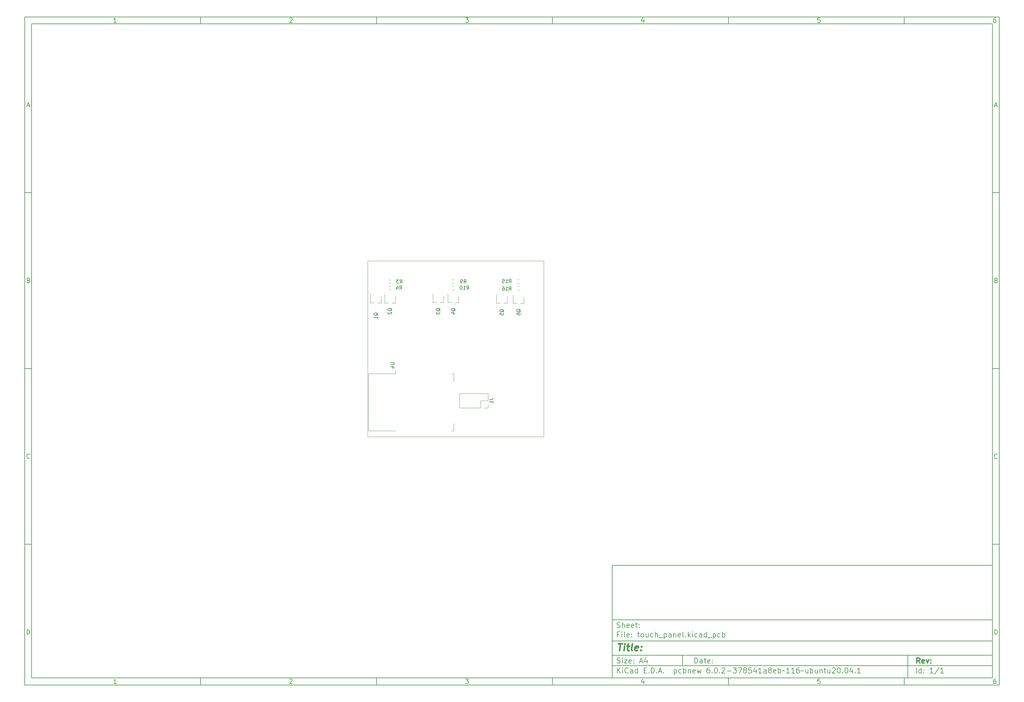
<source format=gbr>
%TF.GenerationSoftware,KiCad,Pcbnew,6.0.2-378541a8eb~116~ubuntu20.04.1*%
%TF.CreationDate,2022-03-13T21:59:14+03:30*%
%TF.ProjectId,touch_panel,746f7563-685f-4706-916e-656c2e6b6963,rev?*%
%TF.SameCoordinates,Original*%
%TF.FileFunction,Legend,Bot*%
%TF.FilePolarity,Positive*%
%FSLAX46Y46*%
G04 Gerber Fmt 4.6, Leading zero omitted, Abs format (unit mm)*
G04 Created by KiCad (PCBNEW 6.0.2-378541a8eb~116~ubuntu20.04.1) date 2022-03-13 21:59:14*
%MOMM*%
%LPD*%
G01*
G04 APERTURE LIST*
%ADD10C,0.100000*%
%ADD11C,0.150000*%
%ADD12C,0.300000*%
%ADD13C,0.400000*%
%TA.AperFunction,Profile*%
%ADD14C,0.100000*%
%TD*%
%ADD15C,0.120000*%
G04 APERTURE END LIST*
D10*
D11*
X177002200Y-166007200D02*
X177002200Y-198007200D01*
X285002200Y-198007200D01*
X285002200Y-166007200D01*
X177002200Y-166007200D01*
D10*
D11*
X10000000Y-10000000D02*
X10000000Y-200007200D01*
X287002200Y-200007200D01*
X287002200Y-10000000D01*
X10000000Y-10000000D01*
D10*
D11*
X12000000Y-12000000D02*
X12000000Y-198007200D01*
X285002200Y-198007200D01*
X285002200Y-12000000D01*
X12000000Y-12000000D01*
D10*
D11*
X60000000Y-12000000D02*
X60000000Y-10000000D01*
D10*
D11*
X110000000Y-12000000D02*
X110000000Y-10000000D01*
D10*
D11*
X160000000Y-12000000D02*
X160000000Y-10000000D01*
D10*
D11*
X210000000Y-12000000D02*
X210000000Y-10000000D01*
D10*
D11*
X260000000Y-12000000D02*
X260000000Y-10000000D01*
D10*
D11*
X36065476Y-11588095D02*
X35322619Y-11588095D01*
X35694047Y-11588095D02*
X35694047Y-10288095D01*
X35570238Y-10473809D01*
X35446428Y-10597619D01*
X35322619Y-10659523D01*
D10*
D11*
X85322619Y-10411904D02*
X85384523Y-10350000D01*
X85508333Y-10288095D01*
X85817857Y-10288095D01*
X85941666Y-10350000D01*
X86003571Y-10411904D01*
X86065476Y-10535714D01*
X86065476Y-10659523D01*
X86003571Y-10845238D01*
X85260714Y-11588095D01*
X86065476Y-11588095D01*
D10*
D11*
X135260714Y-10288095D02*
X136065476Y-10288095D01*
X135632142Y-10783333D01*
X135817857Y-10783333D01*
X135941666Y-10845238D01*
X136003571Y-10907142D01*
X136065476Y-11030952D01*
X136065476Y-11340476D01*
X136003571Y-11464285D01*
X135941666Y-11526190D01*
X135817857Y-11588095D01*
X135446428Y-11588095D01*
X135322619Y-11526190D01*
X135260714Y-11464285D01*
D10*
D11*
X185941666Y-10721428D02*
X185941666Y-11588095D01*
X185632142Y-10226190D02*
X185322619Y-11154761D01*
X186127380Y-11154761D01*
D10*
D11*
X236003571Y-10288095D02*
X235384523Y-10288095D01*
X235322619Y-10907142D01*
X235384523Y-10845238D01*
X235508333Y-10783333D01*
X235817857Y-10783333D01*
X235941666Y-10845238D01*
X236003571Y-10907142D01*
X236065476Y-11030952D01*
X236065476Y-11340476D01*
X236003571Y-11464285D01*
X235941666Y-11526190D01*
X235817857Y-11588095D01*
X235508333Y-11588095D01*
X235384523Y-11526190D01*
X235322619Y-11464285D01*
D10*
D11*
X285941666Y-10288095D02*
X285694047Y-10288095D01*
X285570238Y-10350000D01*
X285508333Y-10411904D01*
X285384523Y-10597619D01*
X285322619Y-10845238D01*
X285322619Y-11340476D01*
X285384523Y-11464285D01*
X285446428Y-11526190D01*
X285570238Y-11588095D01*
X285817857Y-11588095D01*
X285941666Y-11526190D01*
X286003571Y-11464285D01*
X286065476Y-11340476D01*
X286065476Y-11030952D01*
X286003571Y-10907142D01*
X285941666Y-10845238D01*
X285817857Y-10783333D01*
X285570238Y-10783333D01*
X285446428Y-10845238D01*
X285384523Y-10907142D01*
X285322619Y-11030952D01*
D10*
D11*
X60000000Y-198007200D02*
X60000000Y-200007200D01*
D10*
D11*
X110000000Y-198007200D02*
X110000000Y-200007200D01*
D10*
D11*
X160000000Y-198007200D02*
X160000000Y-200007200D01*
D10*
D11*
X210000000Y-198007200D02*
X210000000Y-200007200D01*
D10*
D11*
X260000000Y-198007200D02*
X260000000Y-200007200D01*
D10*
D11*
X36065476Y-199595295D02*
X35322619Y-199595295D01*
X35694047Y-199595295D02*
X35694047Y-198295295D01*
X35570238Y-198481009D01*
X35446428Y-198604819D01*
X35322619Y-198666723D01*
D10*
D11*
X85322619Y-198419104D02*
X85384523Y-198357200D01*
X85508333Y-198295295D01*
X85817857Y-198295295D01*
X85941666Y-198357200D01*
X86003571Y-198419104D01*
X86065476Y-198542914D01*
X86065476Y-198666723D01*
X86003571Y-198852438D01*
X85260714Y-199595295D01*
X86065476Y-199595295D01*
D10*
D11*
X135260714Y-198295295D02*
X136065476Y-198295295D01*
X135632142Y-198790533D01*
X135817857Y-198790533D01*
X135941666Y-198852438D01*
X136003571Y-198914342D01*
X136065476Y-199038152D01*
X136065476Y-199347676D01*
X136003571Y-199471485D01*
X135941666Y-199533390D01*
X135817857Y-199595295D01*
X135446428Y-199595295D01*
X135322619Y-199533390D01*
X135260714Y-199471485D01*
D10*
D11*
X185941666Y-198728628D02*
X185941666Y-199595295D01*
X185632142Y-198233390D02*
X185322619Y-199161961D01*
X186127380Y-199161961D01*
D10*
D11*
X236003571Y-198295295D02*
X235384523Y-198295295D01*
X235322619Y-198914342D01*
X235384523Y-198852438D01*
X235508333Y-198790533D01*
X235817857Y-198790533D01*
X235941666Y-198852438D01*
X236003571Y-198914342D01*
X236065476Y-199038152D01*
X236065476Y-199347676D01*
X236003571Y-199471485D01*
X235941666Y-199533390D01*
X235817857Y-199595295D01*
X235508333Y-199595295D01*
X235384523Y-199533390D01*
X235322619Y-199471485D01*
D10*
D11*
X285941666Y-198295295D02*
X285694047Y-198295295D01*
X285570238Y-198357200D01*
X285508333Y-198419104D01*
X285384523Y-198604819D01*
X285322619Y-198852438D01*
X285322619Y-199347676D01*
X285384523Y-199471485D01*
X285446428Y-199533390D01*
X285570238Y-199595295D01*
X285817857Y-199595295D01*
X285941666Y-199533390D01*
X286003571Y-199471485D01*
X286065476Y-199347676D01*
X286065476Y-199038152D01*
X286003571Y-198914342D01*
X285941666Y-198852438D01*
X285817857Y-198790533D01*
X285570238Y-198790533D01*
X285446428Y-198852438D01*
X285384523Y-198914342D01*
X285322619Y-199038152D01*
D10*
D11*
X10000000Y-60000000D02*
X12000000Y-60000000D01*
D10*
D11*
X10000000Y-110000000D02*
X12000000Y-110000000D01*
D10*
D11*
X10000000Y-160000000D02*
X12000000Y-160000000D01*
D10*
D11*
X10690476Y-35216666D02*
X11309523Y-35216666D01*
X10566666Y-35588095D02*
X11000000Y-34288095D01*
X11433333Y-35588095D01*
D10*
D11*
X11092857Y-84907142D02*
X11278571Y-84969047D01*
X11340476Y-85030952D01*
X11402380Y-85154761D01*
X11402380Y-85340476D01*
X11340476Y-85464285D01*
X11278571Y-85526190D01*
X11154761Y-85588095D01*
X10659523Y-85588095D01*
X10659523Y-84288095D01*
X11092857Y-84288095D01*
X11216666Y-84350000D01*
X11278571Y-84411904D01*
X11340476Y-84535714D01*
X11340476Y-84659523D01*
X11278571Y-84783333D01*
X11216666Y-84845238D01*
X11092857Y-84907142D01*
X10659523Y-84907142D01*
D10*
D11*
X11402380Y-135464285D02*
X11340476Y-135526190D01*
X11154761Y-135588095D01*
X11030952Y-135588095D01*
X10845238Y-135526190D01*
X10721428Y-135402380D01*
X10659523Y-135278571D01*
X10597619Y-135030952D01*
X10597619Y-134845238D01*
X10659523Y-134597619D01*
X10721428Y-134473809D01*
X10845238Y-134350000D01*
X11030952Y-134288095D01*
X11154761Y-134288095D01*
X11340476Y-134350000D01*
X11402380Y-134411904D01*
D10*
D11*
X10659523Y-185588095D02*
X10659523Y-184288095D01*
X10969047Y-184288095D01*
X11154761Y-184350000D01*
X11278571Y-184473809D01*
X11340476Y-184597619D01*
X11402380Y-184845238D01*
X11402380Y-185030952D01*
X11340476Y-185278571D01*
X11278571Y-185402380D01*
X11154761Y-185526190D01*
X10969047Y-185588095D01*
X10659523Y-185588095D01*
D10*
D11*
X287002200Y-60000000D02*
X285002200Y-60000000D01*
D10*
D11*
X287002200Y-110000000D02*
X285002200Y-110000000D01*
D10*
D11*
X287002200Y-160000000D02*
X285002200Y-160000000D01*
D10*
D11*
X285692676Y-35216666D02*
X286311723Y-35216666D01*
X285568866Y-35588095D02*
X286002200Y-34288095D01*
X286435533Y-35588095D01*
D10*
D11*
X286095057Y-84907142D02*
X286280771Y-84969047D01*
X286342676Y-85030952D01*
X286404580Y-85154761D01*
X286404580Y-85340476D01*
X286342676Y-85464285D01*
X286280771Y-85526190D01*
X286156961Y-85588095D01*
X285661723Y-85588095D01*
X285661723Y-84288095D01*
X286095057Y-84288095D01*
X286218866Y-84350000D01*
X286280771Y-84411904D01*
X286342676Y-84535714D01*
X286342676Y-84659523D01*
X286280771Y-84783333D01*
X286218866Y-84845238D01*
X286095057Y-84907142D01*
X285661723Y-84907142D01*
D10*
D11*
X286404580Y-135464285D02*
X286342676Y-135526190D01*
X286156961Y-135588095D01*
X286033152Y-135588095D01*
X285847438Y-135526190D01*
X285723628Y-135402380D01*
X285661723Y-135278571D01*
X285599819Y-135030952D01*
X285599819Y-134845238D01*
X285661723Y-134597619D01*
X285723628Y-134473809D01*
X285847438Y-134350000D01*
X286033152Y-134288095D01*
X286156961Y-134288095D01*
X286342676Y-134350000D01*
X286404580Y-134411904D01*
D10*
D11*
X285661723Y-185588095D02*
X285661723Y-184288095D01*
X285971247Y-184288095D01*
X286156961Y-184350000D01*
X286280771Y-184473809D01*
X286342676Y-184597619D01*
X286404580Y-184845238D01*
X286404580Y-185030952D01*
X286342676Y-185278571D01*
X286280771Y-185402380D01*
X286156961Y-185526190D01*
X285971247Y-185588095D01*
X285661723Y-185588095D01*
D10*
D11*
X200434342Y-193785771D02*
X200434342Y-192285771D01*
X200791485Y-192285771D01*
X201005771Y-192357200D01*
X201148628Y-192500057D01*
X201220057Y-192642914D01*
X201291485Y-192928628D01*
X201291485Y-193142914D01*
X201220057Y-193428628D01*
X201148628Y-193571485D01*
X201005771Y-193714342D01*
X200791485Y-193785771D01*
X200434342Y-193785771D01*
X202577200Y-193785771D02*
X202577200Y-193000057D01*
X202505771Y-192857200D01*
X202362914Y-192785771D01*
X202077200Y-192785771D01*
X201934342Y-192857200D01*
X202577200Y-193714342D02*
X202434342Y-193785771D01*
X202077200Y-193785771D01*
X201934342Y-193714342D01*
X201862914Y-193571485D01*
X201862914Y-193428628D01*
X201934342Y-193285771D01*
X202077200Y-193214342D01*
X202434342Y-193214342D01*
X202577200Y-193142914D01*
X203077200Y-192785771D02*
X203648628Y-192785771D01*
X203291485Y-192285771D02*
X203291485Y-193571485D01*
X203362914Y-193714342D01*
X203505771Y-193785771D01*
X203648628Y-193785771D01*
X204720057Y-193714342D02*
X204577200Y-193785771D01*
X204291485Y-193785771D01*
X204148628Y-193714342D01*
X204077200Y-193571485D01*
X204077200Y-193000057D01*
X204148628Y-192857200D01*
X204291485Y-192785771D01*
X204577200Y-192785771D01*
X204720057Y-192857200D01*
X204791485Y-193000057D01*
X204791485Y-193142914D01*
X204077200Y-193285771D01*
X205434342Y-193642914D02*
X205505771Y-193714342D01*
X205434342Y-193785771D01*
X205362914Y-193714342D01*
X205434342Y-193642914D01*
X205434342Y-193785771D01*
X205434342Y-192857200D02*
X205505771Y-192928628D01*
X205434342Y-193000057D01*
X205362914Y-192928628D01*
X205434342Y-192857200D01*
X205434342Y-193000057D01*
D10*
D11*
X177002200Y-194507200D02*
X285002200Y-194507200D01*
D10*
D11*
X178434342Y-196585771D02*
X178434342Y-195085771D01*
X179291485Y-196585771D02*
X178648628Y-195728628D01*
X179291485Y-195085771D02*
X178434342Y-195942914D01*
X179934342Y-196585771D02*
X179934342Y-195585771D01*
X179934342Y-195085771D02*
X179862914Y-195157200D01*
X179934342Y-195228628D01*
X180005771Y-195157200D01*
X179934342Y-195085771D01*
X179934342Y-195228628D01*
X181505771Y-196442914D02*
X181434342Y-196514342D01*
X181220057Y-196585771D01*
X181077200Y-196585771D01*
X180862914Y-196514342D01*
X180720057Y-196371485D01*
X180648628Y-196228628D01*
X180577200Y-195942914D01*
X180577200Y-195728628D01*
X180648628Y-195442914D01*
X180720057Y-195300057D01*
X180862914Y-195157200D01*
X181077200Y-195085771D01*
X181220057Y-195085771D01*
X181434342Y-195157200D01*
X181505771Y-195228628D01*
X182791485Y-196585771D02*
X182791485Y-195800057D01*
X182720057Y-195657200D01*
X182577200Y-195585771D01*
X182291485Y-195585771D01*
X182148628Y-195657200D01*
X182791485Y-196514342D02*
X182648628Y-196585771D01*
X182291485Y-196585771D01*
X182148628Y-196514342D01*
X182077200Y-196371485D01*
X182077200Y-196228628D01*
X182148628Y-196085771D01*
X182291485Y-196014342D01*
X182648628Y-196014342D01*
X182791485Y-195942914D01*
X184148628Y-196585771D02*
X184148628Y-195085771D01*
X184148628Y-196514342D02*
X184005771Y-196585771D01*
X183720057Y-196585771D01*
X183577200Y-196514342D01*
X183505771Y-196442914D01*
X183434342Y-196300057D01*
X183434342Y-195871485D01*
X183505771Y-195728628D01*
X183577200Y-195657200D01*
X183720057Y-195585771D01*
X184005771Y-195585771D01*
X184148628Y-195657200D01*
X186005771Y-195800057D02*
X186505771Y-195800057D01*
X186720057Y-196585771D02*
X186005771Y-196585771D01*
X186005771Y-195085771D01*
X186720057Y-195085771D01*
X187362914Y-196442914D02*
X187434342Y-196514342D01*
X187362914Y-196585771D01*
X187291485Y-196514342D01*
X187362914Y-196442914D01*
X187362914Y-196585771D01*
X188077200Y-196585771D02*
X188077200Y-195085771D01*
X188434342Y-195085771D01*
X188648628Y-195157200D01*
X188791485Y-195300057D01*
X188862914Y-195442914D01*
X188934342Y-195728628D01*
X188934342Y-195942914D01*
X188862914Y-196228628D01*
X188791485Y-196371485D01*
X188648628Y-196514342D01*
X188434342Y-196585771D01*
X188077200Y-196585771D01*
X189577200Y-196442914D02*
X189648628Y-196514342D01*
X189577200Y-196585771D01*
X189505771Y-196514342D01*
X189577200Y-196442914D01*
X189577200Y-196585771D01*
X190220057Y-196157200D02*
X190934342Y-196157200D01*
X190077200Y-196585771D02*
X190577200Y-195085771D01*
X191077200Y-196585771D01*
X191577200Y-196442914D02*
X191648628Y-196514342D01*
X191577200Y-196585771D01*
X191505771Y-196514342D01*
X191577200Y-196442914D01*
X191577200Y-196585771D01*
X194577200Y-195585771D02*
X194577200Y-197085771D01*
X194577200Y-195657200D02*
X194720057Y-195585771D01*
X195005771Y-195585771D01*
X195148628Y-195657200D01*
X195220057Y-195728628D01*
X195291485Y-195871485D01*
X195291485Y-196300057D01*
X195220057Y-196442914D01*
X195148628Y-196514342D01*
X195005771Y-196585771D01*
X194720057Y-196585771D01*
X194577200Y-196514342D01*
X196577200Y-196514342D02*
X196434342Y-196585771D01*
X196148628Y-196585771D01*
X196005771Y-196514342D01*
X195934342Y-196442914D01*
X195862914Y-196300057D01*
X195862914Y-195871485D01*
X195934342Y-195728628D01*
X196005771Y-195657200D01*
X196148628Y-195585771D01*
X196434342Y-195585771D01*
X196577200Y-195657200D01*
X197220057Y-196585771D02*
X197220057Y-195085771D01*
X197220057Y-195657200D02*
X197362914Y-195585771D01*
X197648628Y-195585771D01*
X197791485Y-195657200D01*
X197862914Y-195728628D01*
X197934342Y-195871485D01*
X197934342Y-196300057D01*
X197862914Y-196442914D01*
X197791485Y-196514342D01*
X197648628Y-196585771D01*
X197362914Y-196585771D01*
X197220057Y-196514342D01*
X198577200Y-195585771D02*
X198577200Y-196585771D01*
X198577200Y-195728628D02*
X198648628Y-195657200D01*
X198791485Y-195585771D01*
X199005771Y-195585771D01*
X199148628Y-195657200D01*
X199220057Y-195800057D01*
X199220057Y-196585771D01*
X200505771Y-196514342D02*
X200362914Y-196585771D01*
X200077200Y-196585771D01*
X199934342Y-196514342D01*
X199862914Y-196371485D01*
X199862914Y-195800057D01*
X199934342Y-195657200D01*
X200077200Y-195585771D01*
X200362914Y-195585771D01*
X200505771Y-195657200D01*
X200577200Y-195800057D01*
X200577200Y-195942914D01*
X199862914Y-196085771D01*
X201077200Y-195585771D02*
X201362914Y-196585771D01*
X201648628Y-195871485D01*
X201934342Y-196585771D01*
X202220057Y-195585771D01*
X204577200Y-195085771D02*
X204291485Y-195085771D01*
X204148628Y-195157200D01*
X204077200Y-195228628D01*
X203934342Y-195442914D01*
X203862914Y-195728628D01*
X203862914Y-196300057D01*
X203934342Y-196442914D01*
X204005771Y-196514342D01*
X204148628Y-196585771D01*
X204434342Y-196585771D01*
X204577200Y-196514342D01*
X204648628Y-196442914D01*
X204720057Y-196300057D01*
X204720057Y-195942914D01*
X204648628Y-195800057D01*
X204577200Y-195728628D01*
X204434342Y-195657200D01*
X204148628Y-195657200D01*
X204005771Y-195728628D01*
X203934342Y-195800057D01*
X203862914Y-195942914D01*
X205362914Y-196442914D02*
X205434342Y-196514342D01*
X205362914Y-196585771D01*
X205291485Y-196514342D01*
X205362914Y-196442914D01*
X205362914Y-196585771D01*
X206362914Y-195085771D02*
X206505771Y-195085771D01*
X206648628Y-195157200D01*
X206720057Y-195228628D01*
X206791485Y-195371485D01*
X206862914Y-195657200D01*
X206862914Y-196014342D01*
X206791485Y-196300057D01*
X206720057Y-196442914D01*
X206648628Y-196514342D01*
X206505771Y-196585771D01*
X206362914Y-196585771D01*
X206220057Y-196514342D01*
X206148628Y-196442914D01*
X206077200Y-196300057D01*
X206005771Y-196014342D01*
X206005771Y-195657200D01*
X206077200Y-195371485D01*
X206148628Y-195228628D01*
X206220057Y-195157200D01*
X206362914Y-195085771D01*
X207505771Y-196442914D02*
X207577200Y-196514342D01*
X207505771Y-196585771D01*
X207434342Y-196514342D01*
X207505771Y-196442914D01*
X207505771Y-196585771D01*
X208148628Y-195228628D02*
X208220057Y-195157200D01*
X208362914Y-195085771D01*
X208720057Y-195085771D01*
X208862914Y-195157200D01*
X208934342Y-195228628D01*
X209005771Y-195371485D01*
X209005771Y-195514342D01*
X208934342Y-195728628D01*
X208077200Y-196585771D01*
X209005771Y-196585771D01*
X209648628Y-196014342D02*
X210791485Y-196014342D01*
X211362914Y-195085771D02*
X212291485Y-195085771D01*
X211791485Y-195657200D01*
X212005771Y-195657200D01*
X212148628Y-195728628D01*
X212220057Y-195800057D01*
X212291485Y-195942914D01*
X212291485Y-196300057D01*
X212220057Y-196442914D01*
X212148628Y-196514342D01*
X212005771Y-196585771D01*
X211577200Y-196585771D01*
X211434342Y-196514342D01*
X211362914Y-196442914D01*
X212791485Y-195085771D02*
X213791485Y-195085771D01*
X213148628Y-196585771D01*
X214577200Y-195728628D02*
X214434342Y-195657200D01*
X214362914Y-195585771D01*
X214291485Y-195442914D01*
X214291485Y-195371485D01*
X214362914Y-195228628D01*
X214434342Y-195157200D01*
X214577200Y-195085771D01*
X214862914Y-195085771D01*
X215005771Y-195157200D01*
X215077200Y-195228628D01*
X215148628Y-195371485D01*
X215148628Y-195442914D01*
X215077200Y-195585771D01*
X215005771Y-195657200D01*
X214862914Y-195728628D01*
X214577200Y-195728628D01*
X214434342Y-195800057D01*
X214362914Y-195871485D01*
X214291485Y-196014342D01*
X214291485Y-196300057D01*
X214362914Y-196442914D01*
X214434342Y-196514342D01*
X214577200Y-196585771D01*
X214862914Y-196585771D01*
X215005771Y-196514342D01*
X215077200Y-196442914D01*
X215148628Y-196300057D01*
X215148628Y-196014342D01*
X215077200Y-195871485D01*
X215005771Y-195800057D01*
X214862914Y-195728628D01*
X216505771Y-195085771D02*
X215791485Y-195085771D01*
X215720057Y-195800057D01*
X215791485Y-195728628D01*
X215934342Y-195657200D01*
X216291485Y-195657200D01*
X216434342Y-195728628D01*
X216505771Y-195800057D01*
X216577200Y-195942914D01*
X216577200Y-196300057D01*
X216505771Y-196442914D01*
X216434342Y-196514342D01*
X216291485Y-196585771D01*
X215934342Y-196585771D01*
X215791485Y-196514342D01*
X215720057Y-196442914D01*
X217862914Y-195585771D02*
X217862914Y-196585771D01*
X217505771Y-195014342D02*
X217148628Y-196085771D01*
X218077200Y-196085771D01*
X219434342Y-196585771D02*
X218577200Y-196585771D01*
X219005771Y-196585771D02*
X219005771Y-195085771D01*
X218862914Y-195300057D01*
X218720057Y-195442914D01*
X218577200Y-195514342D01*
X220720057Y-196585771D02*
X220720057Y-195800057D01*
X220648628Y-195657200D01*
X220505771Y-195585771D01*
X220220057Y-195585771D01*
X220077200Y-195657200D01*
X220720057Y-196514342D02*
X220577200Y-196585771D01*
X220220057Y-196585771D01*
X220077200Y-196514342D01*
X220005771Y-196371485D01*
X220005771Y-196228628D01*
X220077200Y-196085771D01*
X220220057Y-196014342D01*
X220577200Y-196014342D01*
X220720057Y-195942914D01*
X221648628Y-195728628D02*
X221505771Y-195657200D01*
X221434342Y-195585771D01*
X221362914Y-195442914D01*
X221362914Y-195371485D01*
X221434342Y-195228628D01*
X221505771Y-195157200D01*
X221648628Y-195085771D01*
X221934342Y-195085771D01*
X222077200Y-195157200D01*
X222148628Y-195228628D01*
X222220057Y-195371485D01*
X222220057Y-195442914D01*
X222148628Y-195585771D01*
X222077200Y-195657200D01*
X221934342Y-195728628D01*
X221648628Y-195728628D01*
X221505771Y-195800057D01*
X221434342Y-195871485D01*
X221362914Y-196014342D01*
X221362914Y-196300057D01*
X221434342Y-196442914D01*
X221505771Y-196514342D01*
X221648628Y-196585771D01*
X221934342Y-196585771D01*
X222077200Y-196514342D01*
X222148628Y-196442914D01*
X222220057Y-196300057D01*
X222220057Y-196014342D01*
X222148628Y-195871485D01*
X222077200Y-195800057D01*
X221934342Y-195728628D01*
X223434342Y-196514342D02*
X223291485Y-196585771D01*
X223005771Y-196585771D01*
X222862914Y-196514342D01*
X222791485Y-196371485D01*
X222791485Y-195800057D01*
X222862914Y-195657200D01*
X223005771Y-195585771D01*
X223291485Y-195585771D01*
X223434342Y-195657200D01*
X223505771Y-195800057D01*
X223505771Y-195942914D01*
X222791485Y-196085771D01*
X224148628Y-196585771D02*
X224148628Y-195085771D01*
X224148628Y-195657200D02*
X224291485Y-195585771D01*
X224577199Y-195585771D01*
X224720057Y-195657200D01*
X224791485Y-195728628D01*
X224862914Y-195871485D01*
X224862914Y-196300057D01*
X224791485Y-196442914D01*
X224720057Y-196514342D01*
X224577199Y-196585771D01*
X224291485Y-196585771D01*
X224148628Y-196514342D01*
X225291485Y-196014342D02*
X225362914Y-195942914D01*
X225505771Y-195871485D01*
X225791485Y-196014342D01*
X225934342Y-195942914D01*
X226005771Y-195871485D01*
X227362914Y-196585771D02*
X226505771Y-196585771D01*
X226934342Y-196585771D02*
X226934342Y-195085771D01*
X226791485Y-195300057D01*
X226648628Y-195442914D01*
X226505771Y-195514342D01*
X228791485Y-196585771D02*
X227934342Y-196585771D01*
X228362914Y-196585771D02*
X228362914Y-195085771D01*
X228220057Y-195300057D01*
X228077199Y-195442914D01*
X227934342Y-195514342D01*
X230077199Y-195085771D02*
X229791485Y-195085771D01*
X229648628Y-195157200D01*
X229577199Y-195228628D01*
X229434342Y-195442914D01*
X229362914Y-195728628D01*
X229362914Y-196300057D01*
X229434342Y-196442914D01*
X229505771Y-196514342D01*
X229648628Y-196585771D01*
X229934342Y-196585771D01*
X230077199Y-196514342D01*
X230148628Y-196442914D01*
X230220057Y-196300057D01*
X230220057Y-195942914D01*
X230148628Y-195800057D01*
X230077199Y-195728628D01*
X229934342Y-195657200D01*
X229648628Y-195657200D01*
X229505771Y-195728628D01*
X229434342Y-195800057D01*
X229362914Y-195942914D01*
X230648628Y-196014342D02*
X230720057Y-195942914D01*
X230862914Y-195871485D01*
X231148628Y-196014342D01*
X231291485Y-195942914D01*
X231362914Y-195871485D01*
X232577199Y-195585771D02*
X232577199Y-196585771D01*
X231934342Y-195585771D02*
X231934342Y-196371485D01*
X232005771Y-196514342D01*
X232148628Y-196585771D01*
X232362914Y-196585771D01*
X232505771Y-196514342D01*
X232577199Y-196442914D01*
X233291485Y-196585771D02*
X233291485Y-195085771D01*
X233291485Y-195657200D02*
X233434342Y-195585771D01*
X233720057Y-195585771D01*
X233862914Y-195657200D01*
X233934342Y-195728628D01*
X234005771Y-195871485D01*
X234005771Y-196300057D01*
X233934342Y-196442914D01*
X233862914Y-196514342D01*
X233720057Y-196585771D01*
X233434342Y-196585771D01*
X233291485Y-196514342D01*
X235291485Y-195585771D02*
X235291485Y-196585771D01*
X234648628Y-195585771D02*
X234648628Y-196371485D01*
X234720057Y-196514342D01*
X234862914Y-196585771D01*
X235077199Y-196585771D01*
X235220057Y-196514342D01*
X235291485Y-196442914D01*
X236005771Y-195585771D02*
X236005771Y-196585771D01*
X236005771Y-195728628D02*
X236077199Y-195657200D01*
X236220057Y-195585771D01*
X236434342Y-195585771D01*
X236577199Y-195657200D01*
X236648628Y-195800057D01*
X236648628Y-196585771D01*
X237148628Y-195585771D02*
X237720057Y-195585771D01*
X237362914Y-195085771D02*
X237362914Y-196371485D01*
X237434342Y-196514342D01*
X237577200Y-196585771D01*
X237720057Y-196585771D01*
X238862914Y-195585771D02*
X238862914Y-196585771D01*
X238220057Y-195585771D02*
X238220057Y-196371485D01*
X238291485Y-196514342D01*
X238434342Y-196585771D01*
X238648628Y-196585771D01*
X238791485Y-196514342D01*
X238862914Y-196442914D01*
X239505771Y-195228628D02*
X239577200Y-195157200D01*
X239720057Y-195085771D01*
X240077200Y-195085771D01*
X240220057Y-195157200D01*
X240291485Y-195228628D01*
X240362914Y-195371485D01*
X240362914Y-195514342D01*
X240291485Y-195728628D01*
X239434342Y-196585771D01*
X240362914Y-196585771D01*
X241291485Y-195085771D02*
X241434342Y-195085771D01*
X241577199Y-195157200D01*
X241648628Y-195228628D01*
X241720057Y-195371485D01*
X241791485Y-195657200D01*
X241791485Y-196014342D01*
X241720057Y-196300057D01*
X241648628Y-196442914D01*
X241577199Y-196514342D01*
X241434342Y-196585771D01*
X241291485Y-196585771D01*
X241148628Y-196514342D01*
X241077199Y-196442914D01*
X241005771Y-196300057D01*
X240934342Y-196014342D01*
X240934342Y-195657200D01*
X241005771Y-195371485D01*
X241077199Y-195228628D01*
X241148628Y-195157200D01*
X241291485Y-195085771D01*
X242434342Y-196442914D02*
X242505771Y-196514342D01*
X242434342Y-196585771D01*
X242362914Y-196514342D01*
X242434342Y-196442914D01*
X242434342Y-196585771D01*
X243434342Y-195085771D02*
X243577199Y-195085771D01*
X243720057Y-195157200D01*
X243791485Y-195228628D01*
X243862914Y-195371485D01*
X243934342Y-195657200D01*
X243934342Y-196014342D01*
X243862914Y-196300057D01*
X243791485Y-196442914D01*
X243720057Y-196514342D01*
X243577199Y-196585771D01*
X243434342Y-196585771D01*
X243291485Y-196514342D01*
X243220057Y-196442914D01*
X243148628Y-196300057D01*
X243077199Y-196014342D01*
X243077199Y-195657200D01*
X243148628Y-195371485D01*
X243220057Y-195228628D01*
X243291485Y-195157200D01*
X243434342Y-195085771D01*
X245220057Y-195585771D02*
X245220057Y-196585771D01*
X244862914Y-195014342D02*
X244505771Y-196085771D01*
X245434342Y-196085771D01*
X246005771Y-196442914D02*
X246077200Y-196514342D01*
X246005771Y-196585771D01*
X245934342Y-196514342D01*
X246005771Y-196442914D01*
X246005771Y-196585771D01*
X247505771Y-196585771D02*
X246648628Y-196585771D01*
X247077200Y-196585771D02*
X247077200Y-195085771D01*
X246934342Y-195300057D01*
X246791485Y-195442914D01*
X246648628Y-195514342D01*
D10*
D11*
X177002200Y-191507200D02*
X285002200Y-191507200D01*
D10*
D12*
X264411485Y-193785771D02*
X263911485Y-193071485D01*
X263554342Y-193785771D02*
X263554342Y-192285771D01*
X264125771Y-192285771D01*
X264268628Y-192357200D01*
X264340057Y-192428628D01*
X264411485Y-192571485D01*
X264411485Y-192785771D01*
X264340057Y-192928628D01*
X264268628Y-193000057D01*
X264125771Y-193071485D01*
X263554342Y-193071485D01*
X265625771Y-193714342D02*
X265482914Y-193785771D01*
X265197200Y-193785771D01*
X265054342Y-193714342D01*
X264982914Y-193571485D01*
X264982914Y-193000057D01*
X265054342Y-192857200D01*
X265197200Y-192785771D01*
X265482914Y-192785771D01*
X265625771Y-192857200D01*
X265697200Y-193000057D01*
X265697200Y-193142914D01*
X264982914Y-193285771D01*
X266197200Y-192785771D02*
X266554342Y-193785771D01*
X266911485Y-192785771D01*
X267482914Y-193642914D02*
X267554342Y-193714342D01*
X267482914Y-193785771D01*
X267411485Y-193714342D01*
X267482914Y-193642914D01*
X267482914Y-193785771D01*
X267482914Y-192857200D02*
X267554342Y-192928628D01*
X267482914Y-193000057D01*
X267411485Y-192928628D01*
X267482914Y-192857200D01*
X267482914Y-193000057D01*
D10*
D11*
X178362914Y-193714342D02*
X178577200Y-193785771D01*
X178934342Y-193785771D01*
X179077200Y-193714342D01*
X179148628Y-193642914D01*
X179220057Y-193500057D01*
X179220057Y-193357200D01*
X179148628Y-193214342D01*
X179077200Y-193142914D01*
X178934342Y-193071485D01*
X178648628Y-193000057D01*
X178505771Y-192928628D01*
X178434342Y-192857200D01*
X178362914Y-192714342D01*
X178362914Y-192571485D01*
X178434342Y-192428628D01*
X178505771Y-192357200D01*
X178648628Y-192285771D01*
X179005771Y-192285771D01*
X179220057Y-192357200D01*
X179862914Y-193785771D02*
X179862914Y-192785771D01*
X179862914Y-192285771D02*
X179791485Y-192357200D01*
X179862914Y-192428628D01*
X179934342Y-192357200D01*
X179862914Y-192285771D01*
X179862914Y-192428628D01*
X180434342Y-192785771D02*
X181220057Y-192785771D01*
X180434342Y-193785771D01*
X181220057Y-193785771D01*
X182362914Y-193714342D02*
X182220057Y-193785771D01*
X181934342Y-193785771D01*
X181791485Y-193714342D01*
X181720057Y-193571485D01*
X181720057Y-193000057D01*
X181791485Y-192857200D01*
X181934342Y-192785771D01*
X182220057Y-192785771D01*
X182362914Y-192857200D01*
X182434342Y-193000057D01*
X182434342Y-193142914D01*
X181720057Y-193285771D01*
X183077200Y-193642914D02*
X183148628Y-193714342D01*
X183077200Y-193785771D01*
X183005771Y-193714342D01*
X183077200Y-193642914D01*
X183077200Y-193785771D01*
X183077200Y-192857200D02*
X183148628Y-192928628D01*
X183077200Y-193000057D01*
X183005771Y-192928628D01*
X183077200Y-192857200D01*
X183077200Y-193000057D01*
X184862914Y-193357200D02*
X185577200Y-193357200D01*
X184720057Y-193785771D02*
X185220057Y-192285771D01*
X185720057Y-193785771D01*
X186862914Y-192785771D02*
X186862914Y-193785771D01*
X186505771Y-192214342D02*
X186148628Y-193285771D01*
X187077200Y-193285771D01*
D10*
D11*
X263434342Y-196585771D02*
X263434342Y-195085771D01*
X264791485Y-196585771D02*
X264791485Y-195085771D01*
X264791485Y-196514342D02*
X264648628Y-196585771D01*
X264362914Y-196585771D01*
X264220057Y-196514342D01*
X264148628Y-196442914D01*
X264077200Y-196300057D01*
X264077200Y-195871485D01*
X264148628Y-195728628D01*
X264220057Y-195657200D01*
X264362914Y-195585771D01*
X264648628Y-195585771D01*
X264791485Y-195657200D01*
X265505771Y-196442914D02*
X265577200Y-196514342D01*
X265505771Y-196585771D01*
X265434342Y-196514342D01*
X265505771Y-196442914D01*
X265505771Y-196585771D01*
X265505771Y-195657200D02*
X265577200Y-195728628D01*
X265505771Y-195800057D01*
X265434342Y-195728628D01*
X265505771Y-195657200D01*
X265505771Y-195800057D01*
X268148628Y-196585771D02*
X267291485Y-196585771D01*
X267720057Y-196585771D02*
X267720057Y-195085771D01*
X267577200Y-195300057D01*
X267434342Y-195442914D01*
X267291485Y-195514342D01*
X269862914Y-195014342D02*
X268577200Y-196942914D01*
X271148628Y-196585771D02*
X270291485Y-196585771D01*
X270720057Y-196585771D02*
X270720057Y-195085771D01*
X270577200Y-195300057D01*
X270434342Y-195442914D01*
X270291485Y-195514342D01*
D10*
D11*
X177002200Y-187507200D02*
X285002200Y-187507200D01*
D10*
D13*
X178714580Y-188211961D02*
X179857438Y-188211961D01*
X179036009Y-190211961D02*
X179286009Y-188211961D01*
X180274104Y-190211961D02*
X180440771Y-188878628D01*
X180524104Y-188211961D02*
X180416961Y-188307200D01*
X180500295Y-188402438D01*
X180607438Y-188307200D01*
X180524104Y-188211961D01*
X180500295Y-188402438D01*
X181107438Y-188878628D02*
X181869342Y-188878628D01*
X181476485Y-188211961D02*
X181262200Y-189926247D01*
X181333628Y-190116723D01*
X181512200Y-190211961D01*
X181702676Y-190211961D01*
X182655057Y-190211961D02*
X182476485Y-190116723D01*
X182405057Y-189926247D01*
X182619342Y-188211961D01*
X184190771Y-190116723D02*
X183988390Y-190211961D01*
X183607438Y-190211961D01*
X183428866Y-190116723D01*
X183357438Y-189926247D01*
X183452676Y-189164342D01*
X183571723Y-188973866D01*
X183774104Y-188878628D01*
X184155057Y-188878628D01*
X184333628Y-188973866D01*
X184405057Y-189164342D01*
X184381247Y-189354819D01*
X183405057Y-189545295D01*
X185155057Y-190021485D02*
X185238390Y-190116723D01*
X185131247Y-190211961D01*
X185047914Y-190116723D01*
X185155057Y-190021485D01*
X185131247Y-190211961D01*
X185286009Y-188973866D02*
X185369342Y-189069104D01*
X185262200Y-189164342D01*
X185178866Y-189069104D01*
X185286009Y-188973866D01*
X185262200Y-189164342D01*
D10*
D11*
X178934342Y-185600057D02*
X178434342Y-185600057D01*
X178434342Y-186385771D02*
X178434342Y-184885771D01*
X179148628Y-184885771D01*
X179720057Y-186385771D02*
X179720057Y-185385771D01*
X179720057Y-184885771D02*
X179648628Y-184957200D01*
X179720057Y-185028628D01*
X179791485Y-184957200D01*
X179720057Y-184885771D01*
X179720057Y-185028628D01*
X180648628Y-186385771D02*
X180505771Y-186314342D01*
X180434342Y-186171485D01*
X180434342Y-184885771D01*
X181791485Y-186314342D02*
X181648628Y-186385771D01*
X181362914Y-186385771D01*
X181220057Y-186314342D01*
X181148628Y-186171485D01*
X181148628Y-185600057D01*
X181220057Y-185457200D01*
X181362914Y-185385771D01*
X181648628Y-185385771D01*
X181791485Y-185457200D01*
X181862914Y-185600057D01*
X181862914Y-185742914D01*
X181148628Y-185885771D01*
X182505771Y-186242914D02*
X182577200Y-186314342D01*
X182505771Y-186385771D01*
X182434342Y-186314342D01*
X182505771Y-186242914D01*
X182505771Y-186385771D01*
X182505771Y-185457200D02*
X182577200Y-185528628D01*
X182505771Y-185600057D01*
X182434342Y-185528628D01*
X182505771Y-185457200D01*
X182505771Y-185600057D01*
X184148628Y-185385771D02*
X184720057Y-185385771D01*
X184362914Y-184885771D02*
X184362914Y-186171485D01*
X184434342Y-186314342D01*
X184577200Y-186385771D01*
X184720057Y-186385771D01*
X185434342Y-186385771D02*
X185291485Y-186314342D01*
X185220057Y-186242914D01*
X185148628Y-186100057D01*
X185148628Y-185671485D01*
X185220057Y-185528628D01*
X185291485Y-185457200D01*
X185434342Y-185385771D01*
X185648628Y-185385771D01*
X185791485Y-185457200D01*
X185862914Y-185528628D01*
X185934342Y-185671485D01*
X185934342Y-186100057D01*
X185862914Y-186242914D01*
X185791485Y-186314342D01*
X185648628Y-186385771D01*
X185434342Y-186385771D01*
X187220057Y-185385771D02*
X187220057Y-186385771D01*
X186577200Y-185385771D02*
X186577200Y-186171485D01*
X186648628Y-186314342D01*
X186791485Y-186385771D01*
X187005771Y-186385771D01*
X187148628Y-186314342D01*
X187220057Y-186242914D01*
X188577200Y-186314342D02*
X188434342Y-186385771D01*
X188148628Y-186385771D01*
X188005771Y-186314342D01*
X187934342Y-186242914D01*
X187862914Y-186100057D01*
X187862914Y-185671485D01*
X187934342Y-185528628D01*
X188005771Y-185457200D01*
X188148628Y-185385771D01*
X188434342Y-185385771D01*
X188577200Y-185457200D01*
X189220057Y-186385771D02*
X189220057Y-184885771D01*
X189862914Y-186385771D02*
X189862914Y-185600057D01*
X189791485Y-185457200D01*
X189648628Y-185385771D01*
X189434342Y-185385771D01*
X189291485Y-185457200D01*
X189220057Y-185528628D01*
X190220057Y-186528628D02*
X191362914Y-186528628D01*
X191720057Y-185385771D02*
X191720057Y-186885771D01*
X191720057Y-185457200D02*
X191862914Y-185385771D01*
X192148628Y-185385771D01*
X192291485Y-185457200D01*
X192362914Y-185528628D01*
X192434342Y-185671485D01*
X192434342Y-186100057D01*
X192362914Y-186242914D01*
X192291485Y-186314342D01*
X192148628Y-186385771D01*
X191862914Y-186385771D01*
X191720057Y-186314342D01*
X193720057Y-186385771D02*
X193720057Y-185600057D01*
X193648628Y-185457200D01*
X193505771Y-185385771D01*
X193220057Y-185385771D01*
X193077200Y-185457200D01*
X193720057Y-186314342D02*
X193577200Y-186385771D01*
X193220057Y-186385771D01*
X193077200Y-186314342D01*
X193005771Y-186171485D01*
X193005771Y-186028628D01*
X193077200Y-185885771D01*
X193220057Y-185814342D01*
X193577200Y-185814342D01*
X193720057Y-185742914D01*
X194434342Y-185385771D02*
X194434342Y-186385771D01*
X194434342Y-185528628D02*
X194505771Y-185457200D01*
X194648628Y-185385771D01*
X194862914Y-185385771D01*
X195005771Y-185457200D01*
X195077200Y-185600057D01*
X195077200Y-186385771D01*
X196362914Y-186314342D02*
X196220057Y-186385771D01*
X195934342Y-186385771D01*
X195791485Y-186314342D01*
X195720057Y-186171485D01*
X195720057Y-185600057D01*
X195791485Y-185457200D01*
X195934342Y-185385771D01*
X196220057Y-185385771D01*
X196362914Y-185457200D01*
X196434342Y-185600057D01*
X196434342Y-185742914D01*
X195720057Y-185885771D01*
X197291485Y-186385771D02*
X197148628Y-186314342D01*
X197077200Y-186171485D01*
X197077200Y-184885771D01*
X197862914Y-186242914D02*
X197934342Y-186314342D01*
X197862914Y-186385771D01*
X197791485Y-186314342D01*
X197862914Y-186242914D01*
X197862914Y-186385771D01*
X198577200Y-186385771D02*
X198577200Y-184885771D01*
X198720057Y-185814342D02*
X199148628Y-186385771D01*
X199148628Y-185385771D02*
X198577200Y-185957200D01*
X199791485Y-186385771D02*
X199791485Y-185385771D01*
X199791485Y-184885771D02*
X199720057Y-184957200D01*
X199791485Y-185028628D01*
X199862914Y-184957200D01*
X199791485Y-184885771D01*
X199791485Y-185028628D01*
X201148628Y-186314342D02*
X201005771Y-186385771D01*
X200720057Y-186385771D01*
X200577200Y-186314342D01*
X200505771Y-186242914D01*
X200434342Y-186100057D01*
X200434342Y-185671485D01*
X200505771Y-185528628D01*
X200577200Y-185457200D01*
X200720057Y-185385771D01*
X201005771Y-185385771D01*
X201148628Y-185457200D01*
X202434342Y-186385771D02*
X202434342Y-185600057D01*
X202362914Y-185457200D01*
X202220057Y-185385771D01*
X201934342Y-185385771D01*
X201791485Y-185457200D01*
X202434342Y-186314342D02*
X202291485Y-186385771D01*
X201934342Y-186385771D01*
X201791485Y-186314342D01*
X201720057Y-186171485D01*
X201720057Y-186028628D01*
X201791485Y-185885771D01*
X201934342Y-185814342D01*
X202291485Y-185814342D01*
X202434342Y-185742914D01*
X203791485Y-186385771D02*
X203791485Y-184885771D01*
X203791485Y-186314342D02*
X203648628Y-186385771D01*
X203362914Y-186385771D01*
X203220057Y-186314342D01*
X203148628Y-186242914D01*
X203077200Y-186100057D01*
X203077200Y-185671485D01*
X203148628Y-185528628D01*
X203220057Y-185457200D01*
X203362914Y-185385771D01*
X203648628Y-185385771D01*
X203791485Y-185457200D01*
X204148628Y-186528628D02*
X205291485Y-186528628D01*
X205648628Y-185385771D02*
X205648628Y-186885771D01*
X205648628Y-185457200D02*
X205791485Y-185385771D01*
X206077200Y-185385771D01*
X206220057Y-185457200D01*
X206291485Y-185528628D01*
X206362914Y-185671485D01*
X206362914Y-186100057D01*
X206291485Y-186242914D01*
X206220057Y-186314342D01*
X206077200Y-186385771D01*
X205791485Y-186385771D01*
X205648628Y-186314342D01*
X207648628Y-186314342D02*
X207505771Y-186385771D01*
X207220057Y-186385771D01*
X207077200Y-186314342D01*
X207005771Y-186242914D01*
X206934342Y-186100057D01*
X206934342Y-185671485D01*
X207005771Y-185528628D01*
X207077200Y-185457200D01*
X207220057Y-185385771D01*
X207505771Y-185385771D01*
X207648628Y-185457200D01*
X208291485Y-186385771D02*
X208291485Y-184885771D01*
X208291485Y-185457200D02*
X208434342Y-185385771D01*
X208720057Y-185385771D01*
X208862914Y-185457200D01*
X208934342Y-185528628D01*
X209005771Y-185671485D01*
X209005771Y-186100057D01*
X208934342Y-186242914D01*
X208862914Y-186314342D01*
X208720057Y-186385771D01*
X208434342Y-186385771D01*
X208291485Y-186314342D01*
D10*
D11*
X177002200Y-181507200D02*
X285002200Y-181507200D01*
D10*
D11*
X178362914Y-183614342D02*
X178577200Y-183685771D01*
X178934342Y-183685771D01*
X179077200Y-183614342D01*
X179148628Y-183542914D01*
X179220057Y-183400057D01*
X179220057Y-183257200D01*
X179148628Y-183114342D01*
X179077200Y-183042914D01*
X178934342Y-182971485D01*
X178648628Y-182900057D01*
X178505771Y-182828628D01*
X178434342Y-182757200D01*
X178362914Y-182614342D01*
X178362914Y-182471485D01*
X178434342Y-182328628D01*
X178505771Y-182257200D01*
X178648628Y-182185771D01*
X179005771Y-182185771D01*
X179220057Y-182257200D01*
X179862914Y-183685771D02*
X179862914Y-182185771D01*
X180505771Y-183685771D02*
X180505771Y-182900057D01*
X180434342Y-182757200D01*
X180291485Y-182685771D01*
X180077200Y-182685771D01*
X179934342Y-182757200D01*
X179862914Y-182828628D01*
X181791485Y-183614342D02*
X181648628Y-183685771D01*
X181362914Y-183685771D01*
X181220057Y-183614342D01*
X181148628Y-183471485D01*
X181148628Y-182900057D01*
X181220057Y-182757200D01*
X181362914Y-182685771D01*
X181648628Y-182685771D01*
X181791485Y-182757200D01*
X181862914Y-182900057D01*
X181862914Y-183042914D01*
X181148628Y-183185771D01*
X183077200Y-183614342D02*
X182934342Y-183685771D01*
X182648628Y-183685771D01*
X182505771Y-183614342D01*
X182434342Y-183471485D01*
X182434342Y-182900057D01*
X182505771Y-182757200D01*
X182648628Y-182685771D01*
X182934342Y-182685771D01*
X183077200Y-182757200D01*
X183148628Y-182900057D01*
X183148628Y-183042914D01*
X182434342Y-183185771D01*
X183577200Y-182685771D02*
X184148628Y-182685771D01*
X183791485Y-182185771D02*
X183791485Y-183471485D01*
X183862914Y-183614342D01*
X184005771Y-183685771D01*
X184148628Y-183685771D01*
X184648628Y-183542914D02*
X184720057Y-183614342D01*
X184648628Y-183685771D01*
X184577200Y-183614342D01*
X184648628Y-183542914D01*
X184648628Y-183685771D01*
X184648628Y-182757200D02*
X184720057Y-182828628D01*
X184648628Y-182900057D01*
X184577200Y-182828628D01*
X184648628Y-182757200D01*
X184648628Y-182900057D01*
D10*
D12*
D10*
D11*
D10*
D11*
D10*
D11*
D10*
D11*
D10*
D11*
X197002200Y-191507200D02*
X197002200Y-194507200D01*
D10*
D11*
X261002200Y-191507200D02*
X261002200Y-198007200D01*
D14*
X107500000Y-79400000D02*
X157500000Y-79400000D01*
X157500000Y-79400000D02*
X157500000Y-129400000D01*
X157500000Y-129400000D02*
X107500000Y-129400000D01*
X107500000Y-129400000D02*
X107500000Y-79400000D01*
D11*
%TO.C,R15*%
X147642857Y-85652380D02*
X147976190Y-85176190D01*
X148214285Y-85652380D02*
X148214285Y-84652380D01*
X147833333Y-84652380D01*
X147738095Y-84700000D01*
X147690476Y-84747619D01*
X147642857Y-84842857D01*
X147642857Y-84985714D01*
X147690476Y-85080952D01*
X147738095Y-85128571D01*
X147833333Y-85176190D01*
X148214285Y-85176190D01*
X146690476Y-85652380D02*
X147261904Y-85652380D01*
X146976190Y-85652380D02*
X146976190Y-84652380D01*
X147071428Y-84795238D01*
X147166666Y-84890476D01*
X147261904Y-84938095D01*
X145785714Y-84652380D02*
X146261904Y-84652380D01*
X146309523Y-85128571D01*
X146261904Y-85080952D01*
X146166666Y-85033333D01*
X145928571Y-85033333D01*
X145833333Y-85080952D01*
X145785714Y-85128571D01*
X145738095Y-85223809D01*
X145738095Y-85461904D01*
X145785714Y-85557142D01*
X145833333Y-85604761D01*
X145928571Y-85652380D01*
X146166666Y-85652380D01*
X146261904Y-85604761D01*
X146309523Y-85557142D01*
%TO.C,Q6*%
X150897619Y-93854761D02*
X150850000Y-93759523D01*
X150754761Y-93664285D01*
X150611904Y-93521428D01*
X150564285Y-93426190D01*
X150564285Y-93330952D01*
X150802380Y-93378571D02*
X150754761Y-93283333D01*
X150659523Y-93188095D01*
X150469047Y-93140476D01*
X150135714Y-93140476D01*
X149945238Y-93188095D01*
X149850000Y-93283333D01*
X149802380Y-93378571D01*
X149802380Y-93569047D01*
X149850000Y-93664285D01*
X149945238Y-93759523D01*
X150135714Y-93807142D01*
X150469047Y-93807142D01*
X150659523Y-93759523D01*
X150754761Y-93664285D01*
X150802380Y-93569047D01*
X150802380Y-93378571D01*
X149802380Y-94664285D02*
X149802380Y-94473809D01*
X149850000Y-94378571D01*
X149897619Y-94330952D01*
X150040476Y-94235714D01*
X150230952Y-94188095D01*
X150611904Y-94188095D01*
X150707142Y-94235714D01*
X150754761Y-94283333D01*
X150802380Y-94378571D01*
X150802380Y-94569047D01*
X150754761Y-94664285D01*
X150707142Y-94711904D01*
X150611904Y-94759523D01*
X150373809Y-94759523D01*
X150278571Y-94711904D01*
X150230952Y-94664285D01*
X150183333Y-94569047D01*
X150183333Y-94378571D01*
X150230952Y-94283333D01*
X150278571Y-94235714D01*
X150373809Y-94188095D01*
%TO.C,Q1*%
X110347619Y-94904761D02*
X110300000Y-94809523D01*
X110204761Y-94714285D01*
X110061904Y-94571428D01*
X110014285Y-94476190D01*
X110014285Y-94380952D01*
X110252380Y-94428571D02*
X110204761Y-94333333D01*
X110109523Y-94238095D01*
X109919047Y-94190476D01*
X109585714Y-94190476D01*
X109395238Y-94238095D01*
X109300000Y-94333333D01*
X109252380Y-94428571D01*
X109252380Y-94619047D01*
X109300000Y-94714285D01*
X109395238Y-94809523D01*
X109585714Y-94857142D01*
X109919047Y-94857142D01*
X110109523Y-94809523D01*
X110204761Y-94714285D01*
X110252380Y-94619047D01*
X110252380Y-94428571D01*
X110252380Y-95809523D02*
X110252380Y-95238095D01*
X110252380Y-95523809D02*
X109252380Y-95523809D01*
X109395238Y-95428571D01*
X109490476Y-95333333D01*
X109538095Y-95238095D01*
%TO.C,R3*%
X116666666Y-85752380D02*
X117000000Y-85276190D01*
X117238095Y-85752380D02*
X117238095Y-84752380D01*
X116857142Y-84752380D01*
X116761904Y-84800000D01*
X116714285Y-84847619D01*
X116666666Y-84942857D01*
X116666666Y-85085714D01*
X116714285Y-85180952D01*
X116761904Y-85228571D01*
X116857142Y-85276190D01*
X117238095Y-85276190D01*
X116333333Y-84752380D02*
X115714285Y-84752380D01*
X116047619Y-85133333D01*
X115904761Y-85133333D01*
X115809523Y-85180952D01*
X115761904Y-85228571D01*
X115714285Y-85323809D01*
X115714285Y-85561904D01*
X115761904Y-85657142D01*
X115809523Y-85704761D01*
X115904761Y-85752380D01*
X116190476Y-85752380D01*
X116285714Y-85704761D01*
X116333333Y-85657142D01*
%TO.C,Q3*%
X128097619Y-93604761D02*
X128050000Y-93509523D01*
X127954761Y-93414285D01*
X127811904Y-93271428D01*
X127764285Y-93176190D01*
X127764285Y-93080952D01*
X128002380Y-93128571D02*
X127954761Y-93033333D01*
X127859523Y-92938095D01*
X127669047Y-92890476D01*
X127335714Y-92890476D01*
X127145238Y-92938095D01*
X127050000Y-93033333D01*
X127002380Y-93128571D01*
X127002380Y-93319047D01*
X127050000Y-93414285D01*
X127145238Y-93509523D01*
X127335714Y-93557142D01*
X127669047Y-93557142D01*
X127859523Y-93509523D01*
X127954761Y-93414285D01*
X128002380Y-93319047D01*
X128002380Y-93128571D01*
X127002380Y-93890476D02*
X127002380Y-94509523D01*
X127383333Y-94176190D01*
X127383333Y-94319047D01*
X127430952Y-94414285D01*
X127478571Y-94461904D01*
X127573809Y-94509523D01*
X127811904Y-94509523D01*
X127907142Y-94461904D01*
X127954761Y-94414285D01*
X128002380Y-94319047D01*
X128002380Y-94033333D01*
X127954761Y-93938095D01*
X127907142Y-93890476D01*
%TO.C,R10*%
X135642857Y-87502380D02*
X135976190Y-87026190D01*
X136214285Y-87502380D02*
X136214285Y-86502380D01*
X135833333Y-86502380D01*
X135738095Y-86550000D01*
X135690476Y-86597619D01*
X135642857Y-86692857D01*
X135642857Y-86835714D01*
X135690476Y-86930952D01*
X135738095Y-86978571D01*
X135833333Y-87026190D01*
X136214285Y-87026190D01*
X134690476Y-87502380D02*
X135261904Y-87502380D01*
X134976190Y-87502380D02*
X134976190Y-86502380D01*
X135071428Y-86645238D01*
X135166666Y-86740476D01*
X135261904Y-86788095D01*
X134071428Y-86502380D02*
X133976190Y-86502380D01*
X133880952Y-86550000D01*
X133833333Y-86597619D01*
X133785714Y-86692857D01*
X133738095Y-86883333D01*
X133738095Y-87121428D01*
X133785714Y-87311904D01*
X133833333Y-87407142D01*
X133880952Y-87454761D01*
X133976190Y-87502380D01*
X134071428Y-87502380D01*
X134166666Y-87454761D01*
X134214285Y-87407142D01*
X134261904Y-87311904D01*
X134309523Y-87121428D01*
X134309523Y-86883333D01*
X134261904Y-86692857D01*
X134214285Y-86597619D01*
X134166666Y-86550000D01*
X134071428Y-86502380D01*
%TO.C,Q4*%
X132347619Y-93604761D02*
X132300000Y-93509523D01*
X132204761Y-93414285D01*
X132061904Y-93271428D01*
X132014285Y-93176190D01*
X132014285Y-93080952D01*
X132252380Y-93128571D02*
X132204761Y-93033333D01*
X132109523Y-92938095D01*
X131919047Y-92890476D01*
X131585714Y-92890476D01*
X131395238Y-92938095D01*
X131300000Y-93033333D01*
X131252380Y-93128571D01*
X131252380Y-93319047D01*
X131300000Y-93414285D01*
X131395238Y-93509523D01*
X131585714Y-93557142D01*
X131919047Y-93557142D01*
X132109523Y-93509523D01*
X132204761Y-93414285D01*
X132252380Y-93319047D01*
X132252380Y-93128571D01*
X131585714Y-94414285D02*
X132252380Y-94414285D01*
X131204761Y-94176190D02*
X131919047Y-93938095D01*
X131919047Y-94557142D01*
%TO.C,Q2*%
X114347619Y-93604761D02*
X114300000Y-93509523D01*
X114204761Y-93414285D01*
X114061904Y-93271428D01*
X114014285Y-93176190D01*
X114014285Y-93080952D01*
X114252380Y-93128571D02*
X114204761Y-93033333D01*
X114109523Y-92938095D01*
X113919047Y-92890476D01*
X113585714Y-92890476D01*
X113395238Y-92938095D01*
X113300000Y-93033333D01*
X113252380Y-93128571D01*
X113252380Y-93319047D01*
X113300000Y-93414285D01*
X113395238Y-93509523D01*
X113585714Y-93557142D01*
X113919047Y-93557142D01*
X114109523Y-93509523D01*
X114204761Y-93414285D01*
X114252380Y-93319047D01*
X114252380Y-93128571D01*
X113347619Y-93938095D02*
X113300000Y-93985714D01*
X113252380Y-94080952D01*
X113252380Y-94319047D01*
X113300000Y-94414285D01*
X113347619Y-94461904D01*
X113442857Y-94509523D01*
X113538095Y-94509523D01*
X113680952Y-94461904D01*
X114252380Y-93890476D01*
X114252380Y-94509523D01*
%TO.C,U4*%
X114042380Y-108278095D02*
X114851904Y-108278095D01*
X114947142Y-108325714D01*
X114994761Y-108373333D01*
X115042380Y-108468571D01*
X115042380Y-108659047D01*
X114994761Y-108754285D01*
X114947142Y-108801904D01*
X114851904Y-108849523D01*
X114042380Y-108849523D01*
X114375714Y-109754285D02*
X115042380Y-109754285D01*
X113994761Y-109516190D02*
X114709047Y-109278095D01*
X114709047Y-109897142D01*
%TO.C,R4*%
X116566666Y-87502380D02*
X116900000Y-87026190D01*
X117138095Y-87502380D02*
X117138095Y-86502380D01*
X116757142Y-86502380D01*
X116661904Y-86550000D01*
X116614285Y-86597619D01*
X116566666Y-86692857D01*
X116566666Y-86835714D01*
X116614285Y-86930952D01*
X116661904Y-86978571D01*
X116757142Y-87026190D01*
X117138095Y-87026190D01*
X115709523Y-86835714D02*
X115709523Y-87502380D01*
X115947619Y-86454761D02*
X116185714Y-87169047D01*
X115566666Y-87169047D01*
%TO.C,J1*%
X142112380Y-118816666D02*
X142826666Y-118816666D01*
X142969523Y-118769047D01*
X143064761Y-118673809D01*
X143112380Y-118530952D01*
X143112380Y-118435714D01*
X143112380Y-119816666D02*
X143112380Y-119245238D01*
X143112380Y-119530952D02*
X142112380Y-119530952D01*
X142255238Y-119435714D01*
X142350476Y-119340476D01*
X142398095Y-119245238D01*
%TO.C,R16*%
X147642857Y-87752380D02*
X147976190Y-87276190D01*
X148214285Y-87752380D02*
X148214285Y-86752380D01*
X147833333Y-86752380D01*
X147738095Y-86800000D01*
X147690476Y-86847619D01*
X147642857Y-86942857D01*
X147642857Y-87085714D01*
X147690476Y-87180952D01*
X147738095Y-87228571D01*
X147833333Y-87276190D01*
X148214285Y-87276190D01*
X146690476Y-87752380D02*
X147261904Y-87752380D01*
X146976190Y-87752380D02*
X146976190Y-86752380D01*
X147071428Y-86895238D01*
X147166666Y-86990476D01*
X147261904Y-87038095D01*
X145833333Y-86752380D02*
X146023809Y-86752380D01*
X146119047Y-86800000D01*
X146166666Y-86847619D01*
X146261904Y-86990476D01*
X146309523Y-87180952D01*
X146309523Y-87561904D01*
X146261904Y-87657142D01*
X146214285Y-87704761D01*
X146119047Y-87752380D01*
X145928571Y-87752380D01*
X145833333Y-87704761D01*
X145785714Y-87657142D01*
X145738095Y-87561904D01*
X145738095Y-87323809D01*
X145785714Y-87228571D01*
X145833333Y-87180952D01*
X145928571Y-87133333D01*
X146119047Y-87133333D01*
X146214285Y-87180952D01*
X146261904Y-87228571D01*
X146309523Y-87323809D01*
%TO.C,R9*%
X134816666Y-85702380D02*
X135150000Y-85226190D01*
X135388095Y-85702380D02*
X135388095Y-84702380D01*
X135007142Y-84702380D01*
X134911904Y-84750000D01*
X134864285Y-84797619D01*
X134816666Y-84892857D01*
X134816666Y-85035714D01*
X134864285Y-85130952D01*
X134911904Y-85178571D01*
X135007142Y-85226190D01*
X135388095Y-85226190D01*
X134340476Y-85702380D02*
X134150000Y-85702380D01*
X134054761Y-85654761D01*
X134007142Y-85607142D01*
X133911904Y-85464285D01*
X133864285Y-85273809D01*
X133864285Y-84892857D01*
X133911904Y-84797619D01*
X133959523Y-84750000D01*
X134054761Y-84702380D01*
X134245238Y-84702380D01*
X134340476Y-84750000D01*
X134388095Y-84797619D01*
X134435714Y-84892857D01*
X134435714Y-85130952D01*
X134388095Y-85226190D01*
X134340476Y-85273809D01*
X134245238Y-85321428D01*
X134054761Y-85321428D01*
X133959523Y-85273809D01*
X133911904Y-85226190D01*
X133864285Y-85130952D01*
%TO.C,Q5*%
X146147619Y-93904761D02*
X146100000Y-93809523D01*
X146004761Y-93714285D01*
X145861904Y-93571428D01*
X145814285Y-93476190D01*
X145814285Y-93380952D01*
X146052380Y-93428571D02*
X146004761Y-93333333D01*
X145909523Y-93238095D01*
X145719047Y-93190476D01*
X145385714Y-93190476D01*
X145195238Y-93238095D01*
X145100000Y-93333333D01*
X145052380Y-93428571D01*
X145052380Y-93619047D01*
X145100000Y-93714285D01*
X145195238Y-93809523D01*
X145385714Y-93857142D01*
X145719047Y-93857142D01*
X145909523Y-93809523D01*
X146004761Y-93714285D01*
X146052380Y-93619047D01*
X146052380Y-93428571D01*
X145052380Y-94761904D02*
X145052380Y-94285714D01*
X145528571Y-94238095D01*
X145480952Y-94285714D01*
X145433333Y-94380952D01*
X145433333Y-94619047D01*
X145480952Y-94714285D01*
X145528571Y-94761904D01*
X145623809Y-94809523D01*
X145861904Y-94809523D01*
X145957142Y-94761904D01*
X146004761Y-94714285D01*
X146052380Y-94619047D01*
X146052380Y-94380952D01*
X146004761Y-94285714D01*
X145957142Y-94238095D01*
D15*
%TO.C,R15*%
X149982776Y-84727500D02*
X150492224Y-84727500D01*
X149982776Y-85772500D02*
X150492224Y-85772500D01*
%TO.C,Q6*%
X151850000Y-91450000D02*
X151850000Y-89600000D01*
X148800000Y-91450000D02*
X149800000Y-91450000D01*
X148790000Y-91430000D02*
X148790000Y-89000000D01*
X150800000Y-91450000D02*
X151850000Y-91450000D01*
%TO.C,Q1*%
X108240000Y-91280000D02*
X108240000Y-88850000D01*
X110250000Y-91300000D02*
X111300000Y-91300000D01*
X111300000Y-91300000D02*
X111300000Y-89450000D01*
X108250000Y-91300000D02*
X109250000Y-91300000D01*
%TO.C,R3*%
X114004724Y-85822500D02*
X113495276Y-85822500D01*
X114004724Y-84777500D02*
X113495276Y-84777500D01*
%TO.C,Q3*%
X129050000Y-91200000D02*
X129050000Y-89350000D01*
X128000000Y-91200000D02*
X129050000Y-91200000D01*
X126000000Y-91200000D02*
X127000000Y-91200000D01*
X125990000Y-91180000D02*
X125990000Y-88750000D01*
%TO.C,R10*%
X131545276Y-86527500D02*
X132054724Y-86527500D01*
X131545276Y-87572500D02*
X132054724Y-87572500D01*
%TO.C,Q4*%
X132250000Y-91250000D02*
X133300000Y-91250000D01*
X133300000Y-91250000D02*
X133300000Y-89400000D01*
X130250000Y-91250000D02*
X131250000Y-91250000D01*
X130240000Y-91230000D02*
X130240000Y-88800000D01*
%TO.C,Q2*%
X112300000Y-91350000D02*
X113300000Y-91350000D01*
X114300000Y-91350000D02*
X115350000Y-91350000D01*
X112290000Y-91330000D02*
X112290000Y-88900000D01*
X115350000Y-91350000D02*
X115350000Y-89500000D01*
%TO.C,U4*%
X107730000Y-111480000D02*
X107730000Y-127720000D01*
X131350000Y-127720000D02*
X131970000Y-127720000D01*
X131970000Y-127720000D02*
X131970000Y-125600000D01*
X107730000Y-127720000D02*
X115350000Y-127720000D01*
X131970000Y-113600000D02*
X131970000Y-111480000D01*
X131970000Y-111480000D02*
X131350000Y-111480000D01*
X115350000Y-111480000D02*
X107730000Y-111480000D01*
X115350000Y-111480000D02*
X115350000Y-110870000D01*
%TO.C,R4*%
X113495276Y-86527500D02*
X114004724Y-86527500D01*
X113495276Y-87572500D02*
X114004724Y-87572500D01*
%TO.C,J1*%
X133540000Y-121210000D02*
X133540000Y-117090000D01*
X141660000Y-117090000D02*
X133540000Y-117090000D01*
X140600000Y-121210000D02*
X141660000Y-121210000D01*
X139600000Y-121210000D02*
X133540000Y-121210000D01*
X139600000Y-119150000D02*
X141660000Y-119150000D01*
X141660000Y-121210000D02*
X141660000Y-120150000D01*
X139600000Y-121210000D02*
X139600000Y-119150000D01*
X141660000Y-119150000D02*
X141660000Y-117090000D01*
%TO.C,R16*%
X150045276Y-87622500D02*
X150554724Y-87622500D01*
X150045276Y-86577500D02*
X150554724Y-86577500D01*
%TO.C,R9*%
X132067224Y-85722500D02*
X131557776Y-85722500D01*
X132067224Y-84677500D02*
X131557776Y-84677500D01*
%TO.C,Q5*%
X144050000Y-91400000D02*
X145050000Y-91400000D01*
X146050000Y-91400000D02*
X147100000Y-91400000D01*
X147100000Y-91400000D02*
X147100000Y-89550000D01*
X144040000Y-91380000D02*
X144040000Y-88950000D01*
%TD*%
M02*

</source>
